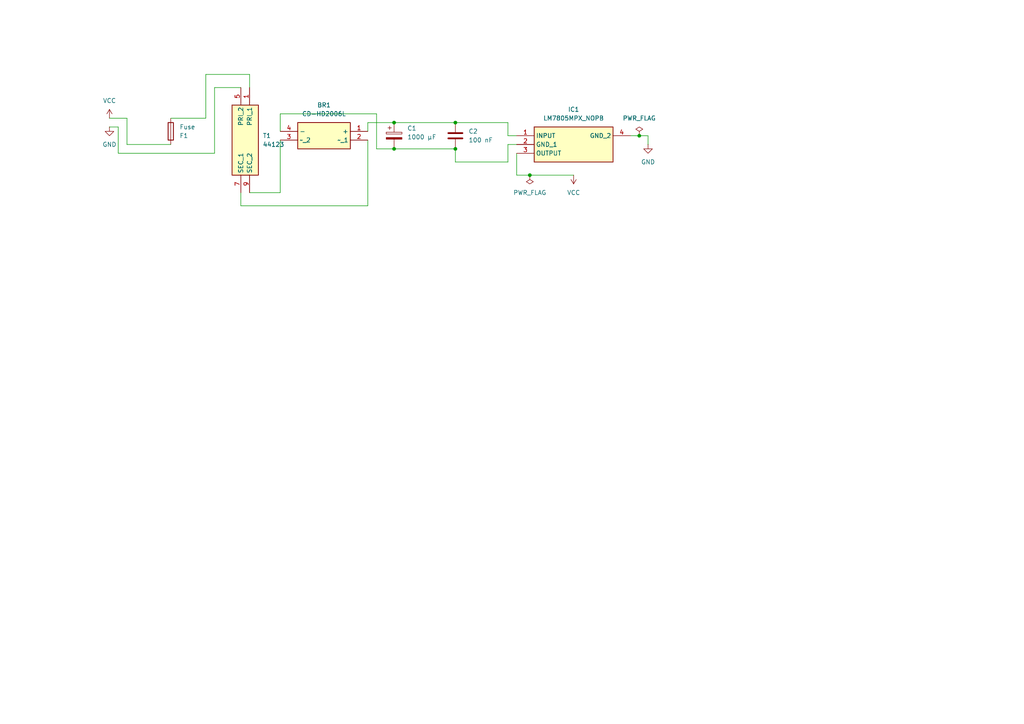
<source format=kicad_sch>
(kicad_sch (version 20250114) (generator "eeschema") (generator_version "9.0")
  (paper "A4")
  (lib_symbols
    (symbol "Device:C" (pin_numbers (hide yes)) (pin_names (offset 0.254))
      (property "Reference" "C" (at 0.635 2.54 0))
      (property "Value" "C" (at 0.635 -2.54 0))
      (symbol "C_0_1"
        (polyline (pts (xy -2.032 0.762) (xy 2.032 0.762)) (stroke (width 0.508)))
        (polyline (pts (xy -2.032 -0.762) (xy 2.032 -0.762)) (stroke (width 0.508)))
      )
      (symbol "C_1_1"
        (pin passive line (at 0 3.81 270) (length 2.794) (name "~") (number "1"))
        (pin passive line (at 0 -3.81 90) (length 2.794) (name "~") (number "2"))
      )
    )
    (symbol "Device:C_Polarized" (pin_numbers (hide yes)) (pin_names (offset 0.254))
      (property "Reference" "C" (at 0.635 2.54 0))
      (property "Value" "C_Polarized" (at 0.635 -2.54 0))
      (symbol "C_Polarized_0_1"
        (rectangle (start -2.286 0.508) (end 2.286 1.016))
        (polyline (pts (xy -1.778 2.286) (xy -0.762 2.286)))
        (polyline (pts (xy -1.27 2.794) (xy -1.27 1.778)))
        (rectangle (start 2.286 -0.508) (end -2.286 -1.016) (fill (type outline)))
      )
      (symbol "C_Polarized_1_1"
        (pin passive line (at 0 3.81 270) (length 2.794) (name "~") (number "1"))
        (pin passive line (at 0 -3.81 90) (length 2.794) (name "~") (number "2"))
      )
    )
    (symbol "Device:Fuse" (pin_numbers (hide yes)) (pin_names (offset 0))
      (property "Reference" "F" (at 2.032 0 90))
      (property "Value" "Fuse" (at -1.905 0 90))
      (symbol "Fuse_0_1"
        (rectangle (start -0.762 -2.54) (end 0.762 2.54) (stroke (width 0.254)))
        (polyline (pts (xy 0 2.54) (xy 0 -2.54)))
      )
      (symbol "Fuse_1_1"
        (pin passive line (at 0 3.81 270) (length 1.27) (name "~") (number "1"))
        (pin passive line (at 0 -3.81 90) (length 1.27) (name "~") (number "2"))
      )
    )
    (symbol "SamacSys_Parts:44123"
      (property "Reference" "T" (at 26.67 7.62 0))
      (property "Value" "44123" (at 26.67 5.08 0))
      (symbol "44123_1_1"
        (rectangle (start 5.08 2.54) (end 25.4 -5.08) (stroke (width 0.254)) (fill (type background)))
        (pin passive line (at 0 0 0) (length 5.08) (name "PRI_1") (number "1"))
        (pin passive line (at 0 -2.54 0) (length 5.08) (name "PRI_2") (number "5"))
        (pin passive line (at 30.48 0 180) (length 5.08) (name "SEC_2") (number "9"))
        (pin passive line (at 30.48 -2.54 180) (length 5.08) (name "SEC_1") (number "7"))
      )
    )
    (symbol "SamacSys_Parts:CD-HD2006L"
      (property "Reference" "BR" (at 21.59 7.62 0))
      (property "Value" "CD-HD2006L" (at 21.59 5.08 0))
      (symbol "CD-HD2006L_1_1"
        (rectangle (start 5.08 2.54) (end 20.32 -5.08) (stroke (width 0.254)) (fill (type background)))
        (pin passive line (at 0 0 0) (length 5.08) (name "-") (number "4"))
        (pin passive line (at 0 -2.54 0) (length 5.08) (name "~_2") (number "3"))
        (pin passive line (at 25.4 0 180) (length 5.08) (name "+") (number "1"))
        (pin passive line (at 25.4 -2.54 180) (length 5.08) (name "~_1") (number "2"))
      )
    )
    (symbol "SamacSys_Parts:LM7805MPX_NOPB"
      (property "Reference" "IC" (at 29.21 7.62 0))
      (property "Value" "LM7805MPX_NOPB" (at 29.21 5.08 0))
      (symbol "LM7805MPX_NOPB_1_1"
        (rectangle (start 5.08 2.54) (end 27.94 -7.62) (stroke (width 0.254)) (fill (type background)))
        (pin passive line (at 0 0 0) (length 5.08) (name "INPUT") (number "1"))
        (pin passive line (at 0 -2.54 0) (length 5.08) (name "GND_1") (number "2"))
        (pin passive line (at 0 -5.08 0) (length 5.08) (name "OUTPUT") (number "3"))
        (pin passive line (at 33.02 0 180) (length 5.08) (name "GND_2") (number "4"))
      )
    )
    (symbol "power:GND" (power) (pin_numbers (hide yes)) (pin_names (offset 0) (hide yes))
      (property "Value" "GND" (at 0 -3.81 0))
      (symbol "GND_0_1"
        (polyline (pts (xy 0 0) (xy 0 -1.27) (xy 1.27 -1.27) (xy 0 -2.54) (xy -1.27 -1.27) (xy 0 -1.27)))
      )
      (symbol "GND_1_1"
        (pin power_in line (at 0 0 270) (length 0) (name "~") (number "1"))
      )
    )
    (symbol "power:PWR_FLAG" (power) (pin_numbers (hide yes)) (pin_names (offset 0) (hide yes))
      (property "Value" "PWR_FLAG" (at 0 3.81 0))
      (symbol "PWR_FLAG_0_0"
        (pin power_out line (at 0 0 90) (length 0) (name "~") (number "1"))
      )
      (symbol "PWR_FLAG_0_1"
        (polyline (pts (xy 0 0) (xy 0 1.27) (xy -1.016 1.905) (xy 0 2.54) (xy 1.016 1.905) (xy 0 1.27)))
      )
    )
    (symbol "power:VCC" (power) (pin_numbers (hide yes)) (pin_names (offset 0) (hide yes))
      (property "Value" "VCC" (at 0 3.556 0))
      (symbol "VCC_0_1"
        (polyline (pts (xy -0.762 1.27) (xy 0 2.54)))
        (polyline (pts (xy 0 2.54) (xy 0.762 1.27)))
        (polyline (pts (xy 0 0) (xy 0 2.54)))
      )
      (symbol "VCC_1_1"
        (pin power_in line (at 0 0 90) (length 0) (name "~") (number "1"))
      )
    )
  )
  (junction (at 114.3 43.18))
  (junction (at 153.67 50.8))
  (junction (at 114.3 35.56))
  (junction (at 132.08 35.56))
  (junction (at 185.42 39.37))
  (junction (at 132.08 43.18))
  (wire (pts (xy 132.08 46.99) (xy 147.32 46.99)))
  (wire (pts (xy 69.85 55.88) (xy 69.85 59.69)))
  (wire (pts (xy 62.23 25.4) (xy 69.85 25.4)))
  (wire (pts (xy 81.28 38.1) (xy 81.28 33.02)))
  (wire (pts (xy 132.08 35.56) (xy 147.32 35.56)))
  (wire (pts (xy 62.23 44.45) (xy 62.23 25.4)))
  (wire (pts (xy 147.32 46.99) (xy 147.32 41.91)))
  (wire (pts (xy 153.67 50.8) (xy 166.37 50.8)))
  (wire (pts (xy 114.3 35.56) (xy 132.08 35.56)))
  (wire (pts (xy 109.22 43.18) (xy 114.3 43.18)))
  (wire (pts (xy 106.68 59.69) (xy 106.68 40.64)))
  (wire (pts (xy 81.28 33.02) (xy 109.22 33.02)))
  (wire (pts (xy 185.42 39.37) (xy 187.96 39.37)))
  (wire (pts (xy 132.08 43.18) (xy 132.08 46.99)))
  (wire (pts (xy 149.86 50.8) (xy 153.67 50.8)))
  (wire (pts (xy 36.83 41.91) (xy 49.53 41.91)))
  (wire (pts (xy 36.83 41.91) (xy 36.83 34.29)))
  (wire (pts (xy 149.86 44.45) (xy 149.86 50.8)))
  (wire (pts (xy 69.85 59.69) (xy 106.68 59.69)))
  (wire (pts (xy 106.68 38.1) (xy 106.68 35.56)))
  (wire (pts (xy 147.32 39.37) (xy 149.86 39.37)))
  (wire (pts (xy 147.32 41.91) (xy 149.86 41.91)))
  (wire (pts (xy 182.88 39.37) (xy 185.42 39.37)))
  (wire (pts (xy 114.3 43.18) (xy 132.08 43.18)))
  (wire (pts (xy 81.28 55.88) (xy 81.28 40.64)))
  (wire (pts (xy 49.53 34.29) (xy 59.69 34.29)))
  (wire (pts (xy 31.75 36.83) (xy 34.29 36.83)))
  (wire (pts (xy 72.39 21.59) (xy 72.39 25.4)))
  (wire (pts (xy 34.29 44.45) (xy 62.23 44.45)))
  (wire (pts (xy 34.29 36.83) (xy 34.29 44.45)))
  (wire (pts (xy 59.69 34.29) (xy 59.69 21.59)))
  (wire (pts (xy 147.32 35.56) (xy 147.32 39.37)))
  (wire (pts (xy 31.75 34.29) (xy 36.83 34.29)))
  (wire (pts (xy 187.96 39.37) (xy 187.96 41.91)))
  (wire (pts (xy 59.69 21.59) (xy 72.39 21.59)))
  (wire (pts (xy 109.22 33.02) (xy 109.22 43.18)))
  (wire (pts (xy 106.68 35.56) (xy 114.3 35.56)))
  (wire (pts (xy 72.39 55.88) (xy 81.28 55.88)))
  (symbol (lib_id "power:VCC") (at 31.75 34.29 0) (unit 1)
    (property "Reference" "#PWR04" (effects (hide yes)))
    (property "Value" "VCC" (at 31.75 29.21 0))
    (property "Description" "Power symbol creates a global label with name \"VCC\"" (effects (hide yes)))
  )
  (symbol (lib_id "Device:Fuse") (at 49.53 38.1 0) (mirror x) (unit 1)
    (property "Reference" "F1" (at 52.07 39.3701 0) (effects (justify left)))
    (property "Value" "Fuse" (at 52.07 36.8301 0) (effects (justify left)))
    (property "Footprint" "Fuse:Fuse_0603_1608Metric" (effects (hide yes)))
    (property "Description" "Fuse" (effects (hide yes)))
  )
  (symbol (lib_id "SamacSys_Parts:LM7805MPX_NOPB") (at 149.86 39.37 0) (unit 1)
    (property "Reference" "IC1" (at 166.37 31.75 0))
    (property "Value" "LM7805MPX_NOPB" (at 166.37 34.29 0))
    (property "Datasheet" "https://www.arrow.com/en/products/lm7805mpxnopb/texas-instruments" (effects (hide yes)))
    (property "Description" "Linear Voltage Regulators 1.5-A, Wide VIN Fixed Voltage Regulators 4-SOT-223 0 to 0" (effects (hide yes)))
    (property "Height" "1.8" (effects (hide yes)))
    (property "Mouser Part Number" "595-LM7805MPX/NOPB" (effects (hide yes)))
    (property "Mouser Price/Stock" "https://www.mouser.co.uk/ProductDetail/Texas-Instruments/LM7805MPX-NOPB?qs=gO6GG99qvRCSwIVAoVKHPw%3D%3D" (effects (hide yes)))
    (property "Manufacturer_Name" "Texas Instruments" (effects (hide yes)))
    (property "Manufacturer_Part_Number" "LM7805MPX/NOPB" (effects (hide yes)))
  )
  (symbol (lib_id "power:GND") (at 31.75 36.83 0) (unit 1)
    (property "Reference" "#PWR05" (effects (hide yes)))
    (property "Value" "GND" (at 31.75 41.91 0))
    (property "Description" "Power symbol creates a global label with name \"GND\" , ground" (effects (hide yes)))
  )
  (symbol (lib_id "power:PWR_FLAG") (at 153.67 50.8 0) (mirror x) (unit 1)
    (property "Reference" "#FLG01" (effects (hide yes)))
    (property "Value" "PWR_FLAG" (at 153.67 55.88 0))
    (property "Description" "Special symbol for telling ERC where power comes from" (effects (hide yes)))
  )
  (symbol (lib_id "power:PWR_FLAG") (at 185.42 39.37 0) (unit 1)
    (property "Reference" "#FLG03" (effects (hide yes)))
    (property "Value" "PWR_FLAG" (at 185.42 34.29 0))
    (property "Description" "Special symbol for telling ERC where power comes from" (effects (hide yes)))
  )
  (symbol (lib_id "power:VCC") (at 166.37 50.8 0) (mirror x) (unit 1)
    (property "Reference" "#PWR02" (effects (hide yes)))
    (property "Value" "VCC" (at 166.37 55.88 0))
    (property "Description" "Power symbol creates a global label with name \"VCC\"" (effects (hide yes)))
  )
  (symbol (lib_id "SamacSys_Parts:CD-HD2006L") (at 81.28 38.1 0) (unit 1)
    (property "Reference" "BR1" (at 93.98 30.48 0))
    (property "Value" "CD-HD2006L" (at 93.98 33.02 0))
    (property "Datasheet" "https://componentsearchengine.com/Datasheets/1/CD-HD2006L.pdf" (effects (hide yes)))
    (property "Description" "Bridge Rectifiers VRRM 60V 2A SMD MBS Bridge Rectifier" (effects (hide yes)))
    (property "Height" "1.22" (effects (hide yes)))
    (property "Mouser Part Number" "652-CD-HD2006L" (effects (hide yes)))
    (property "Mouser Price/Stock" "https://www.mouser.co.uk/ProductDetail/Bourns/CD-HD2006L?qs=zwwtnr6GuIxiiAFbFRVfeg%3D%3D" (effects (hide yes)))
    (property "Manufacturer_Name" "Bourns" (effects (hide yes)))
    (property "Manufacturer_Part_Number" "CD-HD2006L" (effects (hide yes)))
  )
  (symbol (lib_id "Device:C_Polarized") (at 114.3 39.37 0) (unit 1)
    (property "Reference" "C1" (at 118.11 37.2109 0) (effects (justify left)))
    (property "Value" "1000 µF" (at 118.11 39.7509 0) (effects (justify left)))
    (property "Footprint" "Capacitor_THT:CP_Radial_D8.0mm_P3.50mm" (effects (hide yes)))
    (property "Description" "Polarized capacitor" (effects (hide yes)))
  )
  (symbol (lib_id "Device:C") (at 132.08 39.37 0) (unit 1)
    (property "Reference" "C2" (at 135.89 38.0999 0) (effects (justify left)))
    (property "Value" "100 nF" (at 135.89 40.6399 0) (effects (justify left)))
    (property "Footprint" "Capacitor_SMD:C_0603_1608Metric" (effects (hide yes)))
    (property "Description" "Unpolarized capacitor" (effects (hide yes)))
  )
  (symbol (lib_id "SamacSys_Parts:44123") (at 72.39 25.4 270) (unit 1)
    (property "Reference" "T1" (at 76.2 39.3699 90) (effects (justify left)))
    (property "Value" "44123" (at 76.2 41.9099 90) (effects (justify left)))
    (property "Datasheet" "https://componentsearchengine.com/Datasheets/2/44123.pdf" (effects (hide yes)))
    (property "Description" "MYRRA - 44123 - TRANSFORMER, 12V, 2VA" (effects (hide yes)))
    (property "Height" "27.3" (effects (hide yes)))
    (property "Arrow Part Number" "44123" (effects (hide yes)))
    (property "Manufacturer_Name" "MYRRA" (effects (hide yes)))
    (property "Manufacturer_Part_Number" "44123" (effects (hide yes)))
  )
  (symbol (lib_id "power:GND") (at 187.96 41.91 0) (unit 1)
    (property "Reference" "#PWR01" (effects (hide yes)))
    (property "Value" "GND" (at 187.96 46.99 0))
    (property "Description" "Power symbol creates a global label with name \"GND\" , ground" (effects (hide yes)))
  )
)
</source>
